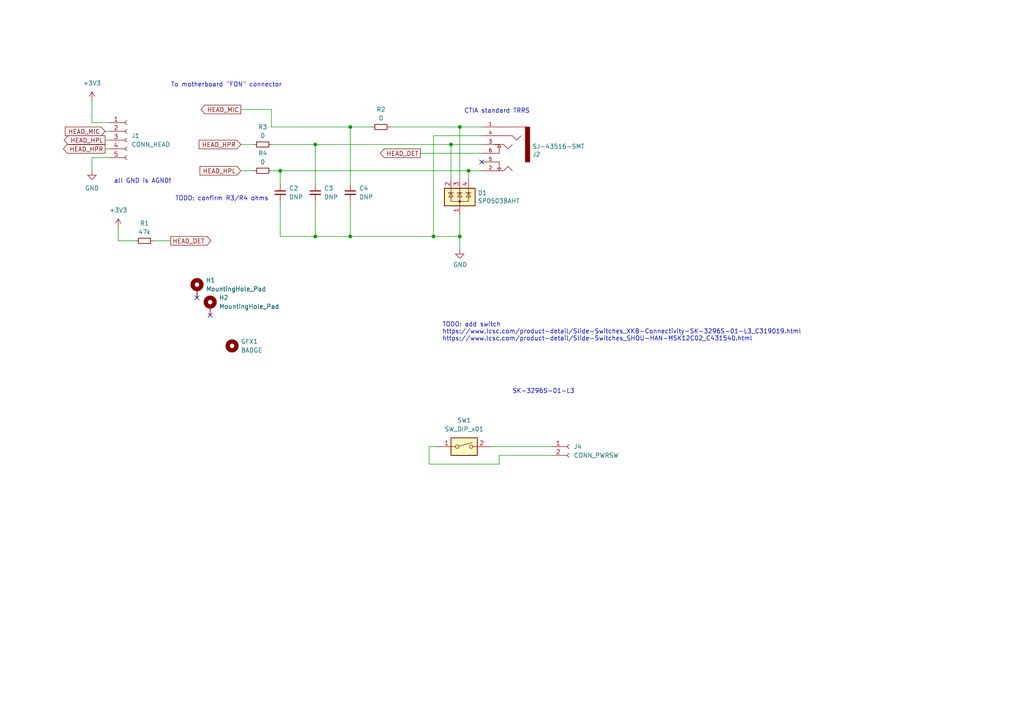
<source format=kicad_sch>
(kicad_sch (version 20230121) (generator eeschema)
  (paper "A4")
  (lib_symbols
    (symbol "Connector:Conn_01x02_Socket" (pin_names (offset 1.016) hide)
      (property "Reference" "J" (at 0 2.54 0))
      (property "Value" "Conn_01x02_Socket" (at 0 -5.08 0))
      (symbol "Conn_01x02_Socket_1_1"
        (arc (start 0 -2.032) (mid -0.5058 -2.54) (end 0 -3.048) (stroke (width 0.1524)))
        (polyline (pts (xy -1.27 -2.54) (xy -0.508 -2.54)) (stroke (width 0.1524)))
        (polyline (pts (xy -1.27 0) (xy -0.508 0)) (stroke (width 0.1524)))
        (arc (start 0 0.508) (mid -0.5058 0) (end 0 -0.508) (stroke (width 0.1524)))
        (pin passive line (at -5.08 0 0) (length 3.81) (name "Pin_1") (number "1"))
        (pin passive line (at -5.08 -2.54 0) (length 3.81) (name "Pin_2") (number "2"))
      )
    )
    (symbol "Connector:Conn_01x05_Socket" (pin_names (offset 1.016) hide)
      (property "Reference" "J" (at 0 7.62 0))
      (property "Value" "Conn_01x05_Socket" (at 0 -7.62 0))
      (symbol "Conn_01x05_Socket_1_1"
        (arc (start 0 -4.572) (mid -0.5058 -5.08) (end 0 -5.588) (stroke (width 0.1524)))
        (arc (start 0 -2.032) (mid -0.5058 -2.54) (end 0 -3.048) (stroke (width 0.1524)))
        (polyline (pts (xy -1.27 -5.08) (xy -0.508 -5.08)) (stroke (width 0.1524)))
        (polyline (pts (xy -1.27 -2.54) (xy -0.508 -2.54)) (stroke (width 0.1524)))
        (polyline (pts (xy -1.27 0) (xy -0.508 0)) (stroke (width 0.1524)))
        (polyline (pts (xy -1.27 2.54) (xy -0.508 2.54)) (stroke (width 0.1524)))
        (polyline (pts (xy -1.27 5.08) (xy -0.508 5.08)) (stroke (width 0.1524)))
        (arc (start 0 0.508) (mid -0.5058 0) (end 0 -0.508) (stroke (width 0.1524)))
        (arc (start 0 3.048) (mid -0.5058 2.54) (end 0 2.032) (stroke (width 0.1524)))
        (arc (start 0 5.588) (mid -0.5058 5.08) (end 0 4.572) (stroke (width 0.1524)))
        (pin passive line (at -5.08 5.08 0) (length 3.81) (name "Pin_1") (number "1"))
        (pin passive line (at -5.08 2.54 0) (length 3.81) (name "Pin_2") (number "2"))
        (pin passive line (at -5.08 0 0) (length 3.81) (name "Pin_3") (number "3"))
        (pin passive line (at -5.08 -2.54 0) (length 3.81) (name "Pin_4") (number "4"))
        (pin passive line (at -5.08 -5.08 0) (length 3.81) (name "Pin_5") (number "5"))
      )
    )
    (symbol "Device:C_Small" (pin_numbers hide) (pin_names (offset 0.254) hide)
      (property "Reference" "C" (at 0.254 1.778 0))
      (property "Value" "C_Small" (at 0.254 -2.032 0))
      (symbol "C_Small_0_1"
        (polyline (pts (xy -1.524 -0.508) (xy 1.524 -0.508)) (stroke (width 0.3302)))
        (polyline (pts (xy -1.524 0.508) (xy 1.524 0.508)) (stroke (width 0.3048)))
      )
      (symbol "C_Small_1_1"
        (pin passive line (at 0 2.54 270) (length 2.032) (name "~") (number "1"))
        (pin passive line (at 0 -2.54 90) (length 2.032) (name "~") (number "2"))
      )
    )
    (symbol "Device:R_Small" (pin_numbers hide) (pin_names (offset 0.254) hide)
      (property "Reference" "R" (at 0.762 0.508 0))
      (property "Value" "R_Small" (at 0.762 -1.016 0))
      (symbol "R_Small_0_1"
        (rectangle (start -0.762 1.778) (end 0.762 -1.778) (stroke (width 0.2032)))
      )
      (symbol "R_Small_1_1"
        (pin passive line (at 0 2.54 270) (length 0.762) (name "~") (number "1"))
        (pin passive line (at 0 -2.54 90) (length 0.762) (name "~") (number "2"))
      )
    )
    (symbol "Mechanical:MountingHole" (pin_names (offset 1.016))
      (property "Reference" "H" (at 0 5.08 0))
      (property "Value" "MountingHole" (at 0 3.175 0))
      (symbol "MountingHole_0_1"
        (circle (center 0 0) (radius 1.27) (stroke (width 1.27)))
      )
    )
    (symbol "Mechanical:MountingHole_Pad" (pin_numbers hide) (pin_names (offset 1.016) hide)
      (property "Reference" "H" (at 0 6.35 0))
      (property "Value" "MountingHole_Pad" (at 0 4.445 0))
      (symbol "MountingHole_Pad_0_1"
        (circle (center 0 1.27) (radius 1.27) (stroke (width 1.27)))
      )
      (symbol "MountingHole_Pad_1_1"
        (pin input line (at 0 -2.54 90) (length 2.54) (name "1") (number "1"))
      )
    )
    (symbol "Power_Protection:SP0503BAHT" (pin_names hide)
      (property "Reference" "D" (at 5.715 2.54 0))
      (property "Value" "SP0503BAHT" (at 5.715 0.635 0))
      (symbol "SP0503BAHT_0_0"
        (pin passive line (at 0 -5.08 90) (length 2.54) (name "A") (number "1"))
      )
      (symbol "SP0503BAHT_0_1"
        (rectangle (start -4.445 2.54) (end 4.445 -2.54) (stroke (width 0.254)) (fill (type background)))
        (circle (center 0 -1.27) (radius 0.254) (fill (type outline)))
        (polyline (pts (xy -2.54 2.54) (xy -2.54 1.27)))
        (polyline (pts (xy 0 -1.27) (xy 0 -2.54)))
        (polyline (pts (xy 0 -1.27) (xy 0 1.27)))
        (polyline (pts (xy 0 2.54) (xy 0 1.27)))
        (polyline (pts (xy 0.635 1.27) (xy 0.762 1.27)))
        (polyline (pts (xy 2.54 2.54) (xy 2.54 1.27)))
        (polyline (pts (xy 0.635 1.27) (xy -0.762 1.27) (xy -0.762 1.016)))
        (polyline (pts (xy -3.302 1.016) (xy -3.302 1.27) (xy -1.905 1.27) (xy -1.778 1.27)))
        (polyline (pts (xy -2.54 1.27) (xy -2.54 -1.27) (xy 2.54 -1.27) (xy 2.54 1.27)))
        (polyline (pts (xy -2.54 1.27) (xy -1.905 0) (xy -3.175 0) (xy -2.54 1.27)))
        (polyline (pts (xy 0.635 0) (xy -0.635 0) (xy 0 1.27) (xy 0.635 0)))
        (polyline (pts (xy 1.778 1.016) (xy 1.778 1.27) (xy 3.175 1.27) (xy 3.302 1.27)))
        (polyline (pts (xy 2.54 1.27) (xy 1.905 0) (xy 3.175 0) (xy 2.54 1.27)))
      )
      (symbol "SP0503BAHT_1_1"
        (pin passive line (at -2.54 5.08 270) (length 2.54) (name "K") (number "2"))
        (pin passive line (at 0 5.08 270) (length 2.54) (name "K") (number "3"))
        (pin passive line (at 2.54 5.08 270) (length 2.54) (name "K") (number "4"))
      )
    )
    (symbol "Switch:SW_DIP_x01" (pin_names (offset 0) hide)
      (property "Reference" "SW" (at 0 3.81 0))
      (property "Value" "SW_DIP_x01" (at 0 -3.81 0))
      (symbol "SW_DIP_x01_0_0"
        (circle (center -2.032 0) (radius 0.508))
        (polyline (pts (xy -1.524 0.127) (xy 2.3622 1.1684)))
        (circle (center 2.032 0) (radius 0.508))
      )
      (symbol "SW_DIP_x01_0_1"
        (rectangle (start -3.81 2.54) (end 3.81 -2.54) (stroke (width 0.254)) (fill (type background)))
      )
      (symbol "SW_DIP_x01_1_1"
        (pin passive line (at -7.62 0 0) (length 5.08) (name "~") (number "1"))
        (pin passive line (at 7.62 0 180) (length 5.08) (name "~") (number "2"))
      )
    )
    (symbol "power:+3V3" (power) (pin_names (offset 0))
      (property "Value" "+3V3" (at 0 3.556 0))
      (symbol "+3V3_0_1"
        (polyline (pts (xy -0.762 1.27) (xy 0 2.54)))
        (polyline (pts (xy 0 0) (xy 0 2.54)))
        (polyline (pts (xy 0 2.54) (xy 0.762 1.27)))
      )
      (symbol "+3V3_1_1"
        (pin power_in line (at 0 0 90) (length 0) hide (name "+3V3") (number "1"))
      )
    )
    (symbol "power:GND" (power) (pin_names (offset 0))
      (property "Value" "GND" (at 0 -3.81 0))
      (symbol "GND_0_1"
        (polyline (pts (xy 0 0) (xy 0 -1.27) (xy 1.27 -1.27) (xy 0 -2.54) (xy -1.27 -1.27) (xy 0 -1.27)))
      )
      (symbol "GND_1_1"
        (pin power_in line (at 0 0 270) (length 0) hide (name "GND") (number "1"))
      )
    )
    (symbol "reform2:SJ-43516-SMT" (pin_names (offset 1.016) hide)
      (property "Reference" "J" (at -7.6454 5.6134 0))
      (property "Value" "SJ-43516-SMT" (at -7.62 -10.668 0))
      (symbol "SJ-43516-SMT_0_0"
        (rectangle (start -8.89 -5.08) (end -7.5946 5.08) (fill (type outline)))
        (polyline (pts (xy -5.08 1.27) (xy -6.35 2.54)) (stroke (width 0.1524)))
        (polyline (pts (xy -3.81 -7.62) (xy -2.54 -6.35)) (stroke (width 0.1524)))
        (polyline (pts (xy -3.81 2.54) (xy -5.08 1.27)) (stroke (width 0.1524)))
        (polyline (pts (xy -2.54 -6.35) (xy -1.27 -7.62)) (stroke (width 0.1524)))
        (polyline (pts (xy -2.54 -1.27) (xy -3.81 0)) (stroke (width 0.1524)))
        (polyline (pts (xy -1.27 -7.62) (xy 0 -7.62)) (stroke (width 0.1524)))
        (polyline (pts (xy -1.27 0) (xy -2.54 -1.27)) (stroke (width 0.1524)))
        (polyline (pts (xy -0.508 -6.858) (xy 0 -7.62)) (stroke (width 0.1524)))
        (polyline (pts (xy -0.508 -0.762) (xy 0 -0.762)) (stroke (width 0.1524)))
        (polyline (pts (xy 0 -7.62) (xy 0.508 -6.858)) (stroke (width 0.1524)))
        (polyline (pts (xy 0 -6.858) (xy -0.508 -6.858)) (stroke (width 0.1524)))
        (polyline (pts (xy 0 -6.858) (xy 0 -5.08)) (stroke (width 0.1524)))
        (polyline (pts (xy 0 -0.762) (xy 0 -2.54)) (stroke (width 0.1524)))
        (polyline (pts (xy 0 -0.762) (xy 0.508 -0.762)) (stroke (width 0.1524)))
        (polyline (pts (xy 0 0) (xy -1.27 0)) (stroke (width 0.1524)))
        (polyline (pts (xy 0 0) (xy -0.508 -0.762)) (stroke (width 0.1524)))
        (polyline (pts (xy 0 5.08) (xy -7.62 5.08)) (stroke (width 0.1524)))
        (polyline (pts (xy 0.508 -6.858) (xy 0 -6.858)) (stroke (width 0.1524)))
        (polyline (pts (xy 0.508 -0.762) (xy 0 0)) (stroke (width 0.1524)))
        (polyline (pts (xy 1.27 0) (xy 0 0)) (stroke (width 0.1524)))
        (polyline (pts (xy 1.27 2.54) (xy -3.81 2.54)) (stroke (width 0.1524)))
        (pin input line (at 5.08 5.08 180) (length 5.08) (name "SLEEVE") (number "1"))
        (pin input line (at 5.08 -7.62 180) (length 5.08) (name "TIP") (number "2"))
        (pin input line (at 5.08 0 180) (length 5.08) (name "RING1") (number "3"))
        (pin input line (at 5.08 2.54 180) (length 5.08) (name "RING2") (number "4"))
        (pin passive line (at 5.08 -5.08 180) (length 5.08) (name "TIP_SWITCH") (number "5"))
        (pin passive line (at 5.08 -2.54 180) (length 5.08) (name "RING_SWITCH") (number "6"))
      )
    )
  )
  (junction (at 130.81 41.91))
  (junction (at 101.6 36.83))
  (junction (at 91.44 68.58))
  (junction (at 135.89 49.53))
  (junction (at 133.35 68.58))
  (junction (at 81.28 49.53))
  (junction (at 133.35 36.83))
  (junction (at 125.73 68.58))
  (junction (at 101.6 68.58))
  (junction (at 91.44 41.91))
  (no_connect (at 60.96 91.44))
  (no_connect (at 139.7 46.99))
  (no_connect (at 57.15 86.36))
  (wire (pts (xy 78.74 41.91) (xy 91.44 41.91)))
  (wire (pts (xy 30.48 43.18) (xy 31.75 43.18)))
  (wire (pts (xy 160.02 132.08) (xy 144.78 132.08)))
  (wire (pts (xy 69.85 41.91) (xy 73.66 41.91)))
  (wire (pts (xy 78.74 36.83) (xy 78.74 31.75)))
  (wire (pts (xy 139.7 39.37) (xy 125.73 39.37)))
  (wire (pts (xy 81.28 49.53) (xy 135.89 49.53)))
  (wire (pts (xy 81.28 68.58) (xy 91.44 68.58)))
  (wire (pts (xy 133.35 36.83) (xy 133.35 52.07)))
  (wire (pts (xy 44.45 69.85) (xy 49.53 69.85)))
  (wire (pts (xy 101.6 68.58) (xy 101.6 58.42)))
  (wire (pts (xy 81.28 58.42) (xy 81.28 68.58)))
  (wire (pts (xy 121.92 44.45) (xy 139.7 44.45)))
  (wire (pts (xy 81.28 49.53) (xy 81.28 53.34)))
  (wire (pts (xy 78.74 49.53) (xy 81.28 49.53)))
  (wire (pts (xy 135.89 49.53) (xy 139.7 49.53)))
  (wire (pts (xy 26.67 35.56) (xy 31.75 35.56)))
  (wire (pts (xy 130.81 41.91) (xy 139.7 41.91)))
  (wire (pts (xy 125.73 68.58) (xy 101.6 68.58)))
  (wire (pts (xy 30.48 40.64) (xy 31.75 40.64)))
  (wire (pts (xy 91.44 68.58) (xy 101.6 68.58)))
  (wire (pts (xy 31.75 45.72) (xy 26.67 45.72)))
  (wire (pts (xy 133.35 68.58) (xy 133.35 62.23)))
  (wire (pts (xy 142.24 129.54) (xy 160.02 129.54)))
  (wire (pts (xy 144.78 132.08) (xy 144.78 134.62)))
  (wire (pts (xy 144.78 134.62) (xy 124.46 134.62)))
  (wire (pts (xy 113.03 36.83) (xy 133.35 36.83)))
  (wire (pts (xy 133.35 72.39) (xy 133.35 68.58)))
  (wire (pts (xy 26.67 45.72) (xy 26.67 49.53)))
  (wire (pts (xy 30.48 38.1) (xy 31.75 38.1)))
  (wire (pts (xy 34.29 69.85) (xy 39.37 69.85)))
  (wire (pts (xy 26.67 29.21) (xy 26.67 35.56)))
  (wire (pts (xy 125.73 68.58) (xy 133.35 68.58)))
  (wire (pts (xy 91.44 41.91) (xy 130.81 41.91)))
  (wire (pts (xy 101.6 36.83) (xy 107.95 36.83)))
  (wire (pts (xy 69.85 31.75) (xy 78.74 31.75)))
  (wire (pts (xy 101.6 36.83) (xy 101.6 53.34)))
  (wire (pts (xy 130.81 41.91) (xy 130.81 52.07)))
  (wire (pts (xy 91.44 58.42) (xy 91.44 68.58)))
  (wire (pts (xy 135.89 49.53) (xy 135.89 52.07)))
  (wire (pts (xy 125.73 39.37) (xy 125.73 68.58)))
  (wire (pts (xy 133.35 36.83) (xy 139.7 36.83)))
  (wire (pts (xy 91.44 41.91) (xy 91.44 53.34)))
  (wire (pts (xy 124.46 129.54) (xy 127 129.54)))
  (wire (pts (xy 124.46 129.54) (xy 124.46 134.62)))
  (wire (pts (xy 69.85 49.53) (xy 73.66 49.53)))
  (wire (pts (xy 34.29 66.04) (xy 34.29 69.85)))
  (wire (pts (xy 78.74 36.83) (xy 101.6 36.83)))
  (text "SK-3296S-01-L3" (at 148.59 114.3 0) (effects (font (size 1.27 1.27)) (justify left bottom)))
  (text "To motherboard \"FON\" connector" (at 49.53 25.4 0) (effects (font (size 1.27 1.27)) (justify left bottom)))
  (text "TODO: add switch\nhttps://www.lcsc.com/product-detail/Slide-Switches_XKB-Connectivity-SK-3296S-01-L3_C319019.html\nhttps://www.lcsc.com/product-detail/Slide-Switches_SHOU-HAN-MSK12C02_C431540.html" (at 128.27 99.06 0) (effects (font (size 1.27 1.27)) (justify left bottom)))
  (text "all GND is AGND!" (at 33.02 53.34 0) (effects (font (size 1.27 1.27)) (justify left bottom)))
  (text "CTIA standard TRRS" (at 134.62 33.02 0) (effects (font (size 1.27 1.27)) (justify left bottom)))
  (text "TODO: confirm R3/R4 ohms" (at 50.8 58.42 0) (effects (font (size 1.27 1.27)) (justify left bottom)))
  (global_label "HEAD_HPR" (shape input) (at 69.85 41.91 180) (property "Intersheetrefs" "${INTERSHEET_REFS}" (effects hide)))
  (global_label "HEAD_DET" (shape output) (at 49.53 69.85 0) (property "Intersheetrefs" "${INTERSHEET_REFS}" (effects hide)))
  (global_label "HEAD_HPL" (shape input) (at 69.85 49.53 180) (property "Intersheetrefs" "${INTERSHEET_REFS}" (effects hide)))
  (global_label "HEAD_HPR" (shape output) (at 30.48 43.18 180) (property "Intersheetrefs" "${INTERSHEET_REFS}" (effects hide)))
  (global_label "HEAD_HPL" (shape output) (at 30.48 40.64 180) (property "Intersheetrefs" "${INTERSHEET_REFS}" (effects hide)))
  (global_label "HEAD_MIC" (shape input) (at 30.48 38.1 180) (property "Intersheetrefs" "${INTERSHEET_REFS}" (effects hide)))
  (global_label "HEAD_DET" (shape output) (at 121.92 44.45 180) (property "Intersheetrefs" "${INTERSHEET_REFS}" (effects hide)))
  (global_label "HEAD_MIC" (shape output) (at 69.85 31.75 180) (property "Intersheetrefs" "${INTERSHEET_REFS}" (effects hide)))
  (symbol (lib_id "Mechanical:MountingHole_Pad") (at 57.15 83.82 0) (unit 1)
    (property "Reference" "H1" (at 59.69 81.28 0) (effects (justify left)))
    (property "Value" "MountingHole_Pad" (at 59.69 83.82 0) (effects (justify left)))
    (property "Footprint" "MountingHole:MountingHole_2.2mm_M2_DIN965_Pad" (effects hide))
  )
  (symbol (lib_id "Power_Protection:SP0503BAHT") (at 133.35 57.15 0) (unit 1)
    (property "Reference" "D1" (at 138.557 55.9816 0) (effects (justify left)))
    (property "Value" "SP0503BAHT" (at 138.557 58.293 0) (effects (justify left)))
    (property "Footprint" "Package_TO_SOT_SMD:SOT-143" (effects hide))
    (property "Datasheet" "http://www.littelfuse.com/~/media/files/littelfuse/technical%20resources/documents/data%20sheets/sp05xxba.pdf" (effects hide))
    (property "Distributor" "Mouser" (effects hide))
    (property "Manufacturer" "Littelfuse / TECH PUBLIC" (effects hide))
    (property "Manufacturer_No" "SP0503BAHTG" (effects hide))
    (property "Checked" "y" (effects hide))
    (property "LCSC" "C3040626" (effects hide))
  )
  (symbol (lib_id "Device:R_Small") (at 76.2 41.91 270) (unit 1)
    (property "Reference" "R3" (at 76.2 36.83 90))
    (property "Value" "0" (at 76.2 39.37 90))
    (property "Footprint" "Resistor_SMD:R_0603_1608Metric" (effects hide))
    (property "Manufacturer" "Generic" (effects hide))
    (property "Manufacturer_No" "0Ohms 0603" (effects hide))
  )
  (symbol (lib_id "Connector:Conn_01x05_Socket") (at 36.83 40.64 0) (unit 1)
    (property "Reference" "J1" (at 38.1 39.37 0) (effects (justify left)))
    (property "Value" "CONN_HEAD" (at 38.1 41.91 0) (effects (justify left)))
    (property "Footprint" "Connector_JST:JST_SH_SM05B-SRSS-TB_1x05-1MP_P1.00mm_Horizontal" (effects hide))
    (property "Manufacturer" "JST" (effects hide))
    (property "Manufacturer_No" "SM05B-SRSS-TB(LF)(SN)" (effects hide))
    (property "LCSC" "C136657" (effects hide))
  )
  (symbol (lib_id "power:+3V3") (at 26.67 29.21 0) (unit 1)
    (property "Reference" "#PWR06" (effects hide))
    (property "Value" "+3V3" (at 26.67 24.13 0))
  )
  (symbol (lib_id "Mechanical:MountingHole_Pad") (at 60.96 88.9 0) (unit 1)
    (property "Reference" "H2" (at 63.5 86.36 0) (effects (justify left)))
    (property "Value" "MountingHole_Pad" (at 63.5 88.9 0) (effects (justify left)))
    (property "Footprint" "MountingHole:MountingHole_2.2mm_M2_DIN965_Pad" (effects hide))
  )
  (symbol (lib_id "Device:R_Small") (at 76.2 49.53 270) (unit 1)
    (property "Reference" "R4" (at 76.2 44.45 90))
    (property "Value" "0" (at 76.2 46.99 90))
    (property "Footprint" "Resistor_SMD:R_0603_1608Metric" (effects hide))
    (property "Manufacturer" "Generic" (effects hide))
    (property "Manufacturer_No" "0Ohms 0603" (effects hide))
  )
  (symbol (lib_id "power:GND") (at 26.67 49.53 0) (unit 1)
    (property "Reference" "#PWR01" (effects hide))
    (property "Value" "GND" (at 26.67 54.61 0))
  )
  (symbol (lib_id "Device:C_Small") (at 81.28 55.88 0) (unit 1)
    (property "Reference" "C2" (at 83.82 54.6163 0) (effects (justify left)))
    (property "Value" "DNP" (at 83.82 57.1563 0) (effects (justify left)))
    (property "Footprint" "Capacitor_SMD:C_0603_1608Metric" (effects hide))
    (property "LCSC" "DNP" (effects hide))
    (property "Manufacturer" "DNP" (effects hide))
    (property "Manufacturer_No" "DNP" (effects hide))
  )
  (symbol (lib_id "Device:R_Small") (at 41.91 69.85 90) (unit 1)
    (property "Reference" "R1" (at 41.91 64.77 90))
    (property "Value" "47k" (at 41.91 67.31 90))
    (property "Footprint" "Resistor_SMD:R_0603_1608Metric" (effects hide))
    (property "Manufacturer" "Generic" (effects hide))
    (property "Manufacturer_No" "47k 0603" (effects hide))
  )
  (symbol (lib_id "power:+3V3") (at 34.29 66.04 0) (unit 1)
    (property "Reference" "#PWR07" (effects hide))
    (property "Value" "+3V3" (at 34.29 60.96 0))
  )
  (symbol (lib_id "Mechanical:MountingHole") (at 67.31 100.33 0) (unit 1)
    (property "Reference" "GFX1" (at 69.85 99.06 0) (effects (justify left)))
    (property "Value" "BADGE" (at 69.85 101.6 0) (effects (justify left)))
    (property "Footprint" "footprints:pref-headset-badge" (effects hide))
  )
  (symbol (lib_id "power:GND") (at 133.35 72.39 0) (unit 1)
    (property "Reference" "#PWR02" (effects hide))
    (property "Value" "GND" (at 133.477 76.7842 0))
  )
  (symbol (lib_id "Device:C_Small") (at 101.6 55.88 0) (unit 1)
    (property "Reference" "C4" (at 104.14 54.6163 0) (effects (justify left)))
    (property "Value" "DNP" (at 104.14 57.1563 0) (effects (justify left)))
    (property "Footprint" "Capacitor_SMD:C_0603_1608Metric" (effects hide))
    (property "LCSC" "DNP" (effects hide))
    (property "Manufacturer" "DNP" (effects hide))
    (property "Manufacturer_No" "DNP" (effects hide))
  )
  (symbol (lib_id "reform2:SJ-43516-SMT") (at 144.78 41.91 0) (mirror y) (unit 1)
    (property "Reference" "J2" (at 154.3812 44.7802 0) (effects (justify right)))
    (property "Value" "SJ-43516-SMT" (at 154.3812 42.4688 0) (effects (justify right)))
    (property "Footprint" "footprints:SJ-43516-SMT" (effects hide))
    (property "Manufacturer" "CUI" (effects hide))
    (property "Manufacturer_No" "SJ-43516-SMT-TR" (effects hide))
    (property "Checked" "y" (effects hide))
    (property "Distributor" "Mouser" (effects hide))
  )
  (symbol (lib_id "Device:C_Small") (at 91.44 55.88 0) (unit 1)
    (property "Reference" "C3" (at 93.98 54.6163 0) (effects (justify left)))
    (property "Value" "DNP" (at 93.98 57.1563 0) (effects (justify left)))
    (property "Footprint" "Capacitor_SMD:C_0603_1608Metric" (effects hide))
    (property "LCSC" "DNP" (effects hide))
    (property "Manufacturer" "DNP" (effects hide))
    (property "Manufacturer_No" "DNP" (effects hide))
  )
  (symbol (lib_id "Switch:SW_DIP_x01") (at 134.62 129.54 0) (unit 1)
    (property "Reference" "SW1" (at 134.62 121.92 0))
    (property "Value" "SW_DIP_x01" (at 134.62 124.46 0))
    (property "Footprint" "Button_Switch_SMD:SW_SPDT_PCM12" (effects hide))
    (property "LCSC" "C319019" (effects hide))
    (property "Manufacturer" "XKB" (effects hide))
    (property "Manufacturer_No" "SK-3296S-01-L3" (effects hide))
  )
  (symbol (lib_id "Device:R_Small") (at 110.49 36.83 90) (unit 1)
    (property "Reference" "R2" (at 110.49 31.75 90))
    (property "Value" "0" (at 110.49 34.29 90))
    (property "Footprint" "Resistor_SMD:R_0603_1608Metric" (effects hide))
    (property "Manufacturer" "Generic" (effects hide))
    (property "Manufacturer_No" "0Ohms 0603" (effects hide))
  )
  (symbol (lib_id "Connector:Conn_01x02_Socket") (at 165.1 129.54 0) (unit 1)
    (property "Reference" "J4" (at 166.37 129.54 0) (effects (justify left)))
    (property "Value" "CONN_PWRSW" (at 166.37 132.08 0) (effects (justify left)))
    (property "Footprint" "Connector_JST:JST_SH_SM02B-SRSS-TB_1x02-1MP_P1.00mm_Horizontal" (effects hide))
    (property "LCSC" "C160402" (effects hide))
    (property "Manufacturer" "JST" (effects hide))
    (property "Manufacturer_No" "SM02B-SRSS-TB(LF)(SN)" (effects hide))
  )
)
</source>
